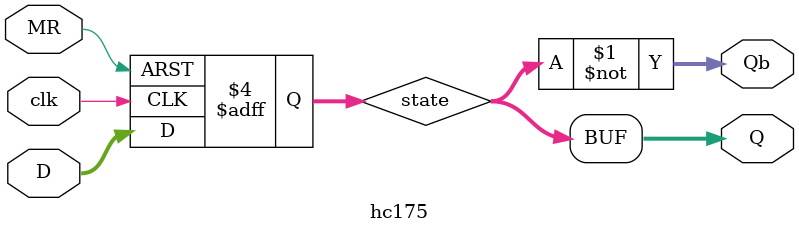
<source format=v>
module hc175(
	input [3:0] D,
	output [3:0] Q,
	output [3:0] Qb,
	input clk,
	input MR
);

reg [3:0] state;
assign Q = state;
assign Qb = ~state;

always @(posedge clk or negedge MR) begin
	if(!MR) begin
		state <= 4'h0;
	end else begin
		state <= D;
	end
end

endmodule

</source>
